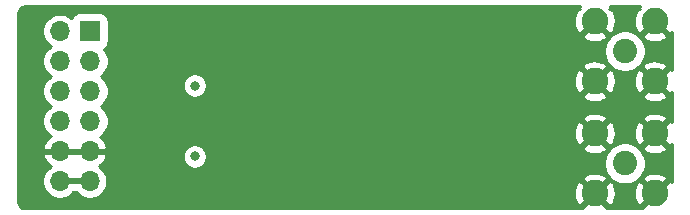
<source format=gbr>
G04 #@! TF.GenerationSoftware,KiCad,Pcbnew,5.1.10-1.fc33*
G04 #@! TF.CreationDate,2021-10-10T14:47:09-05:00*
G04 #@! TF.ProjectId,lvds_pmod,6c766473-5f70-46d6-9f64-2e6b69636164,A*
G04 #@! TF.SameCoordinates,Original*
G04 #@! TF.FileFunction,Copper,L4,Bot*
G04 #@! TF.FilePolarity,Positive*
%FSLAX46Y46*%
G04 Gerber Fmt 4.6, Leading zero omitted, Abs format (unit mm)*
G04 Created by KiCad (PCBNEW 5.1.10-1.fc33) date 2021-10-10 14:47:09*
%MOMM*%
%LPD*%
G01*
G04 APERTURE LIST*
G04 #@! TA.AperFunction,ComponentPad*
%ADD10C,2.250000*%
G04 #@! TD*
G04 #@! TA.AperFunction,ComponentPad*
%ADD11C,2.050000*%
G04 #@! TD*
G04 #@! TA.AperFunction,ComponentPad*
%ADD12O,1.700000X1.700000*%
G04 #@! TD*
G04 #@! TA.AperFunction,ComponentPad*
%ADD13R,1.700000X1.700000*%
G04 #@! TD*
G04 #@! TA.AperFunction,ViaPad*
%ADD14C,0.800000*%
G04 #@! TD*
G04 #@! TA.AperFunction,Conductor*
%ADD15C,0.500000*%
G04 #@! TD*
G04 #@! TA.AperFunction,Conductor*
%ADD16C,0.254000*%
G04 #@! TD*
G04 #@! TA.AperFunction,Conductor*
%ADD17C,0.100000*%
G04 #@! TD*
G04 APERTURE END LIST*
D10*
X173960000Y-99040000D03*
X173960000Y-93960000D03*
X179040000Y-93960000D03*
X179040000Y-99040000D03*
D11*
X176500000Y-96500000D03*
D10*
X173960000Y-89540000D03*
X173960000Y-84460000D03*
X179040000Y-84460000D03*
X179040000Y-89540000D03*
D11*
X176500000Y-87000000D03*
D12*
X128660000Y-98005000D03*
X131200000Y-98005000D03*
X128660000Y-95465000D03*
X131200000Y-95465000D03*
X128660000Y-92925000D03*
X131200000Y-92925000D03*
X128660000Y-90385000D03*
X131200000Y-90385000D03*
X128660000Y-87845000D03*
X131200000Y-87845000D03*
X128660000Y-85305000D03*
D13*
X131200000Y-85305000D03*
D14*
X140087500Y-89912500D03*
X140087500Y-95912500D03*
X137250000Y-96000000D03*
X137250000Y-90000000D03*
X144750000Y-95750000D03*
X144750000Y-89750000D03*
X154000000Y-91500000D03*
X157000000Y-91500000D03*
X160000000Y-91500000D03*
X163000000Y-91500000D03*
X166000000Y-91500000D03*
X169000000Y-91500000D03*
X140000000Y-99500000D03*
X143000000Y-99500000D03*
X146000000Y-99500000D03*
D15*
X128255000Y-98005000D02*
X130795000Y-98005000D01*
D16*
X172620101Y-83299709D02*
X172735467Y-83415075D01*
X172458286Y-83525921D01*
X172304911Y-83836840D01*
X172215140Y-84171705D01*
X172192424Y-84517650D01*
X172237634Y-84861380D01*
X172349034Y-85189685D01*
X172458286Y-85394079D01*
X172735469Y-85504926D01*
X173780395Y-84460000D01*
X173766253Y-84445858D01*
X173945858Y-84266253D01*
X173960000Y-84280395D01*
X173974143Y-84266253D01*
X174153748Y-84445858D01*
X174139605Y-84460000D01*
X175184531Y-85504926D01*
X175461714Y-85394079D01*
X175615089Y-85083160D01*
X175704860Y-84748295D01*
X175727576Y-84402350D01*
X175682366Y-84058620D01*
X175570966Y-83730315D01*
X175461714Y-83525921D01*
X175184533Y-83415075D01*
X175299899Y-83299709D01*
X175210190Y-83210000D01*
X177789810Y-83210000D01*
X177700101Y-83299709D01*
X177815467Y-83415075D01*
X177538286Y-83525921D01*
X177384911Y-83836840D01*
X177295140Y-84171705D01*
X177272424Y-84517650D01*
X177317634Y-84861380D01*
X177429034Y-85189685D01*
X177538286Y-85394079D01*
X177815469Y-85504926D01*
X178860395Y-84460000D01*
X178846253Y-84445858D01*
X179025858Y-84266253D01*
X179040000Y-84280395D01*
X179054143Y-84266253D01*
X179233748Y-84445858D01*
X179219605Y-84460000D01*
X180264531Y-85504926D01*
X180535001Y-85396764D01*
X180535001Y-88603236D01*
X180264531Y-88495074D01*
X179219605Y-89540000D01*
X180264531Y-90584926D01*
X180535001Y-90476764D01*
X180535000Y-93023236D01*
X180264531Y-92915074D01*
X179219605Y-93960000D01*
X180264531Y-95004926D01*
X180535000Y-94896764D01*
X180535000Y-98103236D01*
X180264531Y-97995074D01*
X179219605Y-99040000D01*
X179233748Y-99054143D01*
X179054143Y-99233748D01*
X179040000Y-99219605D01*
X177995074Y-100264531D01*
X178011258Y-100305000D01*
X174988742Y-100305000D01*
X175004926Y-100264531D01*
X173960000Y-99219605D01*
X172915074Y-100264531D01*
X172931258Y-100305000D01*
X125762279Y-100305000D01*
X125612131Y-100290278D01*
X125498754Y-100256047D01*
X125394183Y-100200446D01*
X125302405Y-100125594D01*
X125226909Y-100034335D01*
X125170581Y-99930160D01*
X125135560Y-99817024D01*
X125120000Y-99668979D01*
X125120000Y-97858740D01*
X127175000Y-97858740D01*
X127175000Y-98151260D01*
X127232068Y-98438158D01*
X127344010Y-98708411D01*
X127506525Y-98951632D01*
X127713368Y-99158475D01*
X127956589Y-99320990D01*
X128226842Y-99432932D01*
X128513740Y-99490000D01*
X128806260Y-99490000D01*
X129093158Y-99432932D01*
X129363411Y-99320990D01*
X129606632Y-99158475D01*
X129813475Y-98951632D01*
X129854656Y-98890000D01*
X130005344Y-98890000D01*
X130046525Y-98951632D01*
X130253368Y-99158475D01*
X130496589Y-99320990D01*
X130766842Y-99432932D01*
X131053740Y-99490000D01*
X131346260Y-99490000D01*
X131633158Y-99432932D01*
X131903411Y-99320990D01*
X132146632Y-99158475D01*
X132207457Y-99097650D01*
X172192424Y-99097650D01*
X172237634Y-99441380D01*
X172349034Y-99769685D01*
X172458286Y-99974079D01*
X172735469Y-100084926D01*
X173780395Y-99040000D01*
X174139605Y-99040000D01*
X175184531Y-100084926D01*
X175461714Y-99974079D01*
X175615089Y-99663160D01*
X175704860Y-99328295D01*
X175720004Y-99097650D01*
X177272424Y-99097650D01*
X177317634Y-99441380D01*
X177429034Y-99769685D01*
X177538286Y-99974079D01*
X177815469Y-100084926D01*
X178860395Y-99040000D01*
X177815469Y-97995074D01*
X177538286Y-98105921D01*
X177384911Y-98416840D01*
X177295140Y-98751705D01*
X177272424Y-99097650D01*
X175720004Y-99097650D01*
X175727576Y-98982350D01*
X175682366Y-98638620D01*
X175570966Y-98310315D01*
X175461714Y-98105921D01*
X175184531Y-97995074D01*
X174139605Y-99040000D01*
X173780395Y-99040000D01*
X172735469Y-97995074D01*
X172458286Y-98105921D01*
X172304911Y-98416840D01*
X172215140Y-98751705D01*
X172192424Y-99097650D01*
X132207457Y-99097650D01*
X132353475Y-98951632D01*
X132515990Y-98708411D01*
X132627932Y-98438158D01*
X132685000Y-98151260D01*
X132685000Y-97858740D01*
X132676393Y-97815469D01*
X172915074Y-97815469D01*
X173960000Y-98860395D01*
X175004926Y-97815469D01*
X174894079Y-97538286D01*
X174583160Y-97384911D01*
X174248295Y-97295140D01*
X173902350Y-97272424D01*
X173558620Y-97317634D01*
X173230315Y-97429034D01*
X173025921Y-97538286D01*
X172915074Y-97815469D01*
X132676393Y-97815469D01*
X132627932Y-97571842D01*
X132515990Y-97301589D01*
X132353475Y-97058368D01*
X132146632Y-96851525D01*
X131964466Y-96729805D01*
X132081355Y-96660178D01*
X132297588Y-96465269D01*
X132471641Y-96231920D01*
X132596825Y-95969099D01*
X132641476Y-95821890D01*
X132635498Y-95810561D01*
X139052500Y-95810561D01*
X139052500Y-96014439D01*
X139092274Y-96214398D01*
X139170295Y-96402756D01*
X139283563Y-96572274D01*
X139427726Y-96716437D01*
X139597244Y-96829705D01*
X139785602Y-96907726D01*
X139985561Y-96947500D01*
X140189439Y-96947500D01*
X140389398Y-96907726D01*
X140577756Y-96829705D01*
X140747274Y-96716437D01*
X140891437Y-96572274D01*
X141004705Y-96402756D01*
X141036716Y-96325473D01*
X174728000Y-96325473D01*
X174728000Y-96674527D01*
X174796097Y-97016873D01*
X174929674Y-97339357D01*
X175123598Y-97629584D01*
X175370416Y-97876402D01*
X175660643Y-98070326D01*
X175983127Y-98203903D01*
X176325473Y-98272000D01*
X176674527Y-98272000D01*
X177016873Y-98203903D01*
X177339357Y-98070326D01*
X177629584Y-97876402D01*
X177690517Y-97815469D01*
X177995074Y-97815469D01*
X179040000Y-98860395D01*
X180084926Y-97815469D01*
X179974079Y-97538286D01*
X179663160Y-97384911D01*
X179328295Y-97295140D01*
X178982350Y-97272424D01*
X178638620Y-97317634D01*
X178310315Y-97429034D01*
X178105921Y-97538286D01*
X177995074Y-97815469D01*
X177690517Y-97815469D01*
X177876402Y-97629584D01*
X178070326Y-97339357D01*
X178203903Y-97016873D01*
X178272000Y-96674527D01*
X178272000Y-96325473D01*
X178203903Y-95983127D01*
X178070326Y-95660643D01*
X177876402Y-95370416D01*
X177690517Y-95184531D01*
X177995074Y-95184531D01*
X178105921Y-95461714D01*
X178416840Y-95615089D01*
X178751705Y-95704860D01*
X179097650Y-95727576D01*
X179441380Y-95682366D01*
X179769685Y-95570966D01*
X179974079Y-95461714D01*
X180084926Y-95184531D01*
X179040000Y-94139605D01*
X177995074Y-95184531D01*
X177690517Y-95184531D01*
X177629584Y-95123598D01*
X177339357Y-94929674D01*
X177016873Y-94796097D01*
X176674527Y-94728000D01*
X176325473Y-94728000D01*
X175983127Y-94796097D01*
X175660643Y-94929674D01*
X175370416Y-95123598D01*
X175123598Y-95370416D01*
X174929674Y-95660643D01*
X174796097Y-95983127D01*
X174728000Y-96325473D01*
X141036716Y-96325473D01*
X141082726Y-96214398D01*
X141122500Y-96014439D01*
X141122500Y-95810561D01*
X141082726Y-95610602D01*
X141004705Y-95422244D01*
X140891437Y-95252726D01*
X140823242Y-95184531D01*
X172915074Y-95184531D01*
X173025921Y-95461714D01*
X173336840Y-95615089D01*
X173671705Y-95704860D01*
X174017650Y-95727576D01*
X174361380Y-95682366D01*
X174689685Y-95570966D01*
X174894079Y-95461714D01*
X175004926Y-95184531D01*
X173960000Y-94139605D01*
X172915074Y-95184531D01*
X140823242Y-95184531D01*
X140747274Y-95108563D01*
X140577756Y-94995295D01*
X140389398Y-94917274D01*
X140189439Y-94877500D01*
X139985561Y-94877500D01*
X139785602Y-94917274D01*
X139597244Y-94995295D01*
X139427726Y-95108563D01*
X139283563Y-95252726D01*
X139170295Y-95422244D01*
X139092274Y-95610602D01*
X139052500Y-95810561D01*
X132635498Y-95810561D01*
X132520155Y-95592000D01*
X131327000Y-95592000D01*
X131327000Y-95612000D01*
X131073000Y-95612000D01*
X131073000Y-95592000D01*
X128787000Y-95592000D01*
X128787000Y-95612000D01*
X128533000Y-95612000D01*
X128533000Y-95592000D01*
X127339845Y-95592000D01*
X127218524Y-95821890D01*
X127263175Y-95969099D01*
X127388359Y-96231920D01*
X127562412Y-96465269D01*
X127778645Y-96660178D01*
X127895534Y-96729805D01*
X127713368Y-96851525D01*
X127506525Y-97058368D01*
X127344010Y-97301589D01*
X127232068Y-97571842D01*
X127175000Y-97858740D01*
X125120000Y-97858740D01*
X125120000Y-85158740D01*
X127175000Y-85158740D01*
X127175000Y-85451260D01*
X127232068Y-85738158D01*
X127344010Y-86008411D01*
X127506525Y-86251632D01*
X127713368Y-86458475D01*
X127887760Y-86575000D01*
X127713368Y-86691525D01*
X127506525Y-86898368D01*
X127344010Y-87141589D01*
X127232068Y-87411842D01*
X127175000Y-87698740D01*
X127175000Y-87991260D01*
X127232068Y-88278158D01*
X127344010Y-88548411D01*
X127506525Y-88791632D01*
X127713368Y-88998475D01*
X127887760Y-89115000D01*
X127713368Y-89231525D01*
X127506525Y-89438368D01*
X127344010Y-89681589D01*
X127232068Y-89951842D01*
X127175000Y-90238740D01*
X127175000Y-90531260D01*
X127232068Y-90818158D01*
X127344010Y-91088411D01*
X127506525Y-91331632D01*
X127713368Y-91538475D01*
X127887760Y-91655000D01*
X127713368Y-91771525D01*
X127506525Y-91978368D01*
X127344010Y-92221589D01*
X127232068Y-92491842D01*
X127175000Y-92778740D01*
X127175000Y-93071260D01*
X127232068Y-93358158D01*
X127344010Y-93628411D01*
X127506525Y-93871632D01*
X127713368Y-94078475D01*
X127895534Y-94200195D01*
X127778645Y-94269822D01*
X127562412Y-94464731D01*
X127388359Y-94698080D01*
X127263175Y-94960901D01*
X127218524Y-95108110D01*
X127339845Y-95338000D01*
X128533000Y-95338000D01*
X128533000Y-95318000D01*
X128787000Y-95318000D01*
X128787000Y-95338000D01*
X131073000Y-95338000D01*
X131073000Y-95318000D01*
X131327000Y-95318000D01*
X131327000Y-95338000D01*
X132520155Y-95338000D01*
X132641476Y-95108110D01*
X132596825Y-94960901D01*
X132471641Y-94698080D01*
X132297588Y-94464731D01*
X132081355Y-94269822D01*
X132071046Y-94263681D01*
X132218028Y-94165471D01*
X132365849Y-94017650D01*
X172192424Y-94017650D01*
X172237634Y-94361380D01*
X172349034Y-94689685D01*
X172458286Y-94894079D01*
X172735469Y-95004926D01*
X173780395Y-93960000D01*
X174139605Y-93960000D01*
X175184531Y-95004926D01*
X175461714Y-94894079D01*
X175615089Y-94583160D01*
X175704860Y-94248295D01*
X175720004Y-94017650D01*
X177272424Y-94017650D01*
X177317634Y-94361380D01*
X177429034Y-94689685D01*
X177538286Y-94894079D01*
X177815469Y-95004926D01*
X178860395Y-93960000D01*
X177815469Y-92915074D01*
X177538286Y-93025921D01*
X177384911Y-93336840D01*
X177295140Y-93671705D01*
X177272424Y-94017650D01*
X175720004Y-94017650D01*
X175727576Y-93902350D01*
X175682366Y-93558620D01*
X175570966Y-93230315D01*
X175461714Y-93025921D01*
X175184531Y-92915074D01*
X174139605Y-93960000D01*
X173780395Y-93960000D01*
X172735469Y-92915074D01*
X172458286Y-93025921D01*
X172304911Y-93336840D01*
X172215140Y-93671705D01*
X172192424Y-94017650D01*
X132365849Y-94017650D01*
X132440471Y-93943028D01*
X132615243Y-93681463D01*
X132735628Y-93390828D01*
X132797000Y-93082291D01*
X132797000Y-92767709D01*
X132790588Y-92735469D01*
X172915074Y-92735469D01*
X173960000Y-93780395D01*
X175004926Y-92735469D01*
X177995074Y-92735469D01*
X179040000Y-93780395D01*
X180084926Y-92735469D01*
X179974079Y-92458286D01*
X179663160Y-92304911D01*
X179328295Y-92215140D01*
X178982350Y-92192424D01*
X178638620Y-92237634D01*
X178310315Y-92349034D01*
X178105921Y-92458286D01*
X177995074Y-92735469D01*
X175004926Y-92735469D01*
X174894079Y-92458286D01*
X174583160Y-92304911D01*
X174248295Y-92215140D01*
X173902350Y-92192424D01*
X173558620Y-92237634D01*
X173230315Y-92349034D01*
X173025921Y-92458286D01*
X172915074Y-92735469D01*
X132790588Y-92735469D01*
X132735628Y-92459172D01*
X132615243Y-92168537D01*
X132440471Y-91906972D01*
X132218028Y-91684529D01*
X132173835Y-91655000D01*
X132218028Y-91625471D01*
X132440471Y-91403028D01*
X132615243Y-91141463D01*
X132735628Y-90850828D01*
X132797000Y-90542291D01*
X132797000Y-90227709D01*
X132735628Y-89919172D01*
X132690640Y-89810561D01*
X139052500Y-89810561D01*
X139052500Y-90014439D01*
X139092274Y-90214398D01*
X139170295Y-90402756D01*
X139283563Y-90572274D01*
X139427726Y-90716437D01*
X139597244Y-90829705D01*
X139785602Y-90907726D01*
X139985561Y-90947500D01*
X140189439Y-90947500D01*
X140389398Y-90907726D01*
X140577756Y-90829705D01*
X140675296Y-90764531D01*
X172915074Y-90764531D01*
X173025921Y-91041714D01*
X173336840Y-91195089D01*
X173671705Y-91284860D01*
X174017650Y-91307576D01*
X174361380Y-91262366D01*
X174689685Y-91150966D01*
X174894079Y-91041714D01*
X175004926Y-90764531D01*
X177995074Y-90764531D01*
X178105921Y-91041714D01*
X178416840Y-91195089D01*
X178751705Y-91284860D01*
X179097650Y-91307576D01*
X179441380Y-91262366D01*
X179769685Y-91150966D01*
X179974079Y-91041714D01*
X180084926Y-90764531D01*
X179040000Y-89719605D01*
X177995074Y-90764531D01*
X175004926Y-90764531D01*
X173960000Y-89719605D01*
X172915074Y-90764531D01*
X140675296Y-90764531D01*
X140747274Y-90716437D01*
X140891437Y-90572274D01*
X141004705Y-90402756D01*
X141082726Y-90214398D01*
X141122500Y-90014439D01*
X141122500Y-89810561D01*
X141082726Y-89610602D01*
X141077362Y-89597650D01*
X172192424Y-89597650D01*
X172237634Y-89941380D01*
X172349034Y-90269685D01*
X172458286Y-90474079D01*
X172735469Y-90584926D01*
X173780395Y-89540000D01*
X174139605Y-89540000D01*
X175184531Y-90584926D01*
X175461714Y-90474079D01*
X175615089Y-90163160D01*
X175704860Y-89828295D01*
X175720004Y-89597650D01*
X177272424Y-89597650D01*
X177317634Y-89941380D01*
X177429034Y-90269685D01*
X177538286Y-90474079D01*
X177815469Y-90584926D01*
X178860395Y-89540000D01*
X177815469Y-88495074D01*
X177538286Y-88605921D01*
X177384911Y-88916840D01*
X177295140Y-89251705D01*
X177272424Y-89597650D01*
X175720004Y-89597650D01*
X175727576Y-89482350D01*
X175682366Y-89138620D01*
X175570966Y-88810315D01*
X175461714Y-88605921D01*
X175184531Y-88495074D01*
X174139605Y-89540000D01*
X173780395Y-89540000D01*
X172735469Y-88495074D01*
X172458286Y-88605921D01*
X172304911Y-88916840D01*
X172215140Y-89251705D01*
X172192424Y-89597650D01*
X141077362Y-89597650D01*
X141004705Y-89422244D01*
X140891437Y-89252726D01*
X140747274Y-89108563D01*
X140577756Y-88995295D01*
X140389398Y-88917274D01*
X140189439Y-88877500D01*
X139985561Y-88877500D01*
X139785602Y-88917274D01*
X139597244Y-88995295D01*
X139427726Y-89108563D01*
X139283563Y-89252726D01*
X139170295Y-89422244D01*
X139092274Y-89610602D01*
X139052500Y-89810561D01*
X132690640Y-89810561D01*
X132615243Y-89628537D01*
X132440471Y-89366972D01*
X132218028Y-89144529D01*
X132173835Y-89115000D01*
X132218028Y-89085471D01*
X132440471Y-88863028D01*
X132615243Y-88601463D01*
X132733705Y-88315469D01*
X172915074Y-88315469D01*
X173960000Y-89360395D01*
X175004926Y-88315469D01*
X174894079Y-88038286D01*
X174583160Y-87884911D01*
X174248295Y-87795140D01*
X173902350Y-87772424D01*
X173558620Y-87817634D01*
X173230315Y-87929034D01*
X173025921Y-88038286D01*
X172915074Y-88315469D01*
X132733705Y-88315469D01*
X132735628Y-88310828D01*
X132797000Y-88002291D01*
X132797000Y-87687709D01*
X132735628Y-87379172D01*
X132615243Y-87088537D01*
X132440471Y-86826972D01*
X132438972Y-86825473D01*
X174728000Y-86825473D01*
X174728000Y-87174527D01*
X174796097Y-87516873D01*
X174929674Y-87839357D01*
X175123598Y-88129584D01*
X175370416Y-88376402D01*
X175660643Y-88570326D01*
X175983127Y-88703903D01*
X176325473Y-88772000D01*
X176674527Y-88772000D01*
X177016873Y-88703903D01*
X177339357Y-88570326D01*
X177629584Y-88376402D01*
X177690517Y-88315469D01*
X177995074Y-88315469D01*
X179040000Y-89360395D01*
X180084926Y-88315469D01*
X179974079Y-88038286D01*
X179663160Y-87884911D01*
X179328295Y-87795140D01*
X178982350Y-87772424D01*
X178638620Y-87817634D01*
X178310315Y-87929034D01*
X178105921Y-88038286D01*
X177995074Y-88315469D01*
X177690517Y-88315469D01*
X177876402Y-88129584D01*
X178070326Y-87839357D01*
X178203903Y-87516873D01*
X178272000Y-87174527D01*
X178272000Y-86825473D01*
X178203903Y-86483127D01*
X178070326Y-86160643D01*
X177876402Y-85870416D01*
X177690517Y-85684531D01*
X177995074Y-85684531D01*
X178105921Y-85961714D01*
X178416840Y-86115089D01*
X178751705Y-86204860D01*
X179097650Y-86227576D01*
X179441380Y-86182366D01*
X179769685Y-86070966D01*
X179974079Y-85961714D01*
X180084926Y-85684531D01*
X179040000Y-84639605D01*
X177995074Y-85684531D01*
X177690517Y-85684531D01*
X177629584Y-85623598D01*
X177339357Y-85429674D01*
X177016873Y-85296097D01*
X176674527Y-85228000D01*
X176325473Y-85228000D01*
X175983127Y-85296097D01*
X175660643Y-85429674D01*
X175370416Y-85623598D01*
X175123598Y-85870416D01*
X174929674Y-86160643D01*
X174796097Y-86483127D01*
X174728000Y-86825473D01*
X132438972Y-86825473D01*
X132418530Y-86805031D01*
X132467019Y-86779113D01*
X132580764Y-86685764D01*
X132674113Y-86572019D01*
X132743477Y-86442248D01*
X132786191Y-86301438D01*
X132800614Y-86155000D01*
X132800614Y-85684531D01*
X172915074Y-85684531D01*
X173025921Y-85961714D01*
X173336840Y-86115089D01*
X173671705Y-86204860D01*
X174017650Y-86227576D01*
X174361380Y-86182366D01*
X174689685Y-86070966D01*
X174894079Y-85961714D01*
X175004926Y-85684531D01*
X173960000Y-84639605D01*
X172915074Y-85684531D01*
X132800614Y-85684531D01*
X132800614Y-84455000D01*
X132786191Y-84308562D01*
X132743477Y-84167752D01*
X132674113Y-84037981D01*
X132580764Y-83924236D01*
X132467019Y-83830887D01*
X132337248Y-83761523D01*
X132196438Y-83718809D01*
X132050000Y-83704386D01*
X130350000Y-83704386D01*
X130203562Y-83718809D01*
X130062752Y-83761523D01*
X129932981Y-83830887D01*
X129819236Y-83924236D01*
X129725887Y-84037981D01*
X129656523Y-84167752D01*
X129648688Y-84193581D01*
X129606632Y-84151525D01*
X129363411Y-83989010D01*
X129093158Y-83877068D01*
X128806260Y-83820000D01*
X128513740Y-83820000D01*
X128226842Y-83877068D01*
X127956589Y-83989010D01*
X127713368Y-84151525D01*
X127506525Y-84358368D01*
X127344010Y-84601589D01*
X127232068Y-84871842D01*
X127175000Y-85158740D01*
X125120000Y-85158740D01*
X125120000Y-83852279D01*
X125134722Y-83702131D01*
X125168953Y-83588754D01*
X125224555Y-83484181D01*
X125299407Y-83392404D01*
X125390664Y-83316909D01*
X125494844Y-83260581D01*
X125607976Y-83225560D01*
X125756022Y-83210000D01*
X172709810Y-83210000D01*
X172620101Y-83299709D01*
G04 #@! TA.AperFunction,Conductor*
D17*
G36*
X172620101Y-83299709D02*
G01*
X172735467Y-83415075D01*
X172458286Y-83525921D01*
X172304911Y-83836840D01*
X172215140Y-84171705D01*
X172192424Y-84517650D01*
X172237634Y-84861380D01*
X172349034Y-85189685D01*
X172458286Y-85394079D01*
X172735469Y-85504926D01*
X173780395Y-84460000D01*
X173766253Y-84445858D01*
X173945858Y-84266253D01*
X173960000Y-84280395D01*
X173974143Y-84266253D01*
X174153748Y-84445858D01*
X174139605Y-84460000D01*
X175184531Y-85504926D01*
X175461714Y-85394079D01*
X175615089Y-85083160D01*
X175704860Y-84748295D01*
X175727576Y-84402350D01*
X175682366Y-84058620D01*
X175570966Y-83730315D01*
X175461714Y-83525921D01*
X175184533Y-83415075D01*
X175299899Y-83299709D01*
X175210190Y-83210000D01*
X177789810Y-83210000D01*
X177700101Y-83299709D01*
X177815467Y-83415075D01*
X177538286Y-83525921D01*
X177384911Y-83836840D01*
X177295140Y-84171705D01*
X177272424Y-84517650D01*
X177317634Y-84861380D01*
X177429034Y-85189685D01*
X177538286Y-85394079D01*
X177815469Y-85504926D01*
X178860395Y-84460000D01*
X178846253Y-84445858D01*
X179025858Y-84266253D01*
X179040000Y-84280395D01*
X179054143Y-84266253D01*
X179233748Y-84445858D01*
X179219605Y-84460000D01*
X180264531Y-85504926D01*
X180535001Y-85396764D01*
X180535001Y-88603236D01*
X180264531Y-88495074D01*
X179219605Y-89540000D01*
X180264531Y-90584926D01*
X180535001Y-90476764D01*
X180535000Y-93023236D01*
X180264531Y-92915074D01*
X179219605Y-93960000D01*
X180264531Y-95004926D01*
X180535000Y-94896764D01*
X180535000Y-98103236D01*
X180264531Y-97995074D01*
X179219605Y-99040000D01*
X179233748Y-99054143D01*
X179054143Y-99233748D01*
X179040000Y-99219605D01*
X177995074Y-100264531D01*
X178011258Y-100305000D01*
X174988742Y-100305000D01*
X175004926Y-100264531D01*
X173960000Y-99219605D01*
X172915074Y-100264531D01*
X172931258Y-100305000D01*
X125762279Y-100305000D01*
X125612131Y-100290278D01*
X125498754Y-100256047D01*
X125394183Y-100200446D01*
X125302405Y-100125594D01*
X125226909Y-100034335D01*
X125170581Y-99930160D01*
X125135560Y-99817024D01*
X125120000Y-99668979D01*
X125120000Y-97858740D01*
X127175000Y-97858740D01*
X127175000Y-98151260D01*
X127232068Y-98438158D01*
X127344010Y-98708411D01*
X127506525Y-98951632D01*
X127713368Y-99158475D01*
X127956589Y-99320990D01*
X128226842Y-99432932D01*
X128513740Y-99490000D01*
X128806260Y-99490000D01*
X129093158Y-99432932D01*
X129363411Y-99320990D01*
X129606632Y-99158475D01*
X129813475Y-98951632D01*
X129854656Y-98890000D01*
X130005344Y-98890000D01*
X130046525Y-98951632D01*
X130253368Y-99158475D01*
X130496589Y-99320990D01*
X130766842Y-99432932D01*
X131053740Y-99490000D01*
X131346260Y-99490000D01*
X131633158Y-99432932D01*
X131903411Y-99320990D01*
X132146632Y-99158475D01*
X132207457Y-99097650D01*
X172192424Y-99097650D01*
X172237634Y-99441380D01*
X172349034Y-99769685D01*
X172458286Y-99974079D01*
X172735469Y-100084926D01*
X173780395Y-99040000D01*
X174139605Y-99040000D01*
X175184531Y-100084926D01*
X175461714Y-99974079D01*
X175615089Y-99663160D01*
X175704860Y-99328295D01*
X175720004Y-99097650D01*
X177272424Y-99097650D01*
X177317634Y-99441380D01*
X177429034Y-99769685D01*
X177538286Y-99974079D01*
X177815469Y-100084926D01*
X178860395Y-99040000D01*
X177815469Y-97995074D01*
X177538286Y-98105921D01*
X177384911Y-98416840D01*
X177295140Y-98751705D01*
X177272424Y-99097650D01*
X175720004Y-99097650D01*
X175727576Y-98982350D01*
X175682366Y-98638620D01*
X175570966Y-98310315D01*
X175461714Y-98105921D01*
X175184531Y-97995074D01*
X174139605Y-99040000D01*
X173780395Y-99040000D01*
X172735469Y-97995074D01*
X172458286Y-98105921D01*
X172304911Y-98416840D01*
X172215140Y-98751705D01*
X172192424Y-99097650D01*
X132207457Y-99097650D01*
X132353475Y-98951632D01*
X132515990Y-98708411D01*
X132627932Y-98438158D01*
X132685000Y-98151260D01*
X132685000Y-97858740D01*
X132676393Y-97815469D01*
X172915074Y-97815469D01*
X173960000Y-98860395D01*
X175004926Y-97815469D01*
X174894079Y-97538286D01*
X174583160Y-97384911D01*
X174248295Y-97295140D01*
X173902350Y-97272424D01*
X173558620Y-97317634D01*
X173230315Y-97429034D01*
X173025921Y-97538286D01*
X172915074Y-97815469D01*
X132676393Y-97815469D01*
X132627932Y-97571842D01*
X132515990Y-97301589D01*
X132353475Y-97058368D01*
X132146632Y-96851525D01*
X131964466Y-96729805D01*
X132081355Y-96660178D01*
X132297588Y-96465269D01*
X132471641Y-96231920D01*
X132596825Y-95969099D01*
X132641476Y-95821890D01*
X132635498Y-95810561D01*
X139052500Y-95810561D01*
X139052500Y-96014439D01*
X139092274Y-96214398D01*
X139170295Y-96402756D01*
X139283563Y-96572274D01*
X139427726Y-96716437D01*
X139597244Y-96829705D01*
X139785602Y-96907726D01*
X139985561Y-96947500D01*
X140189439Y-96947500D01*
X140389398Y-96907726D01*
X140577756Y-96829705D01*
X140747274Y-96716437D01*
X140891437Y-96572274D01*
X141004705Y-96402756D01*
X141036716Y-96325473D01*
X174728000Y-96325473D01*
X174728000Y-96674527D01*
X174796097Y-97016873D01*
X174929674Y-97339357D01*
X175123598Y-97629584D01*
X175370416Y-97876402D01*
X175660643Y-98070326D01*
X175983127Y-98203903D01*
X176325473Y-98272000D01*
X176674527Y-98272000D01*
X177016873Y-98203903D01*
X177339357Y-98070326D01*
X177629584Y-97876402D01*
X177690517Y-97815469D01*
X177995074Y-97815469D01*
X179040000Y-98860395D01*
X180084926Y-97815469D01*
X179974079Y-97538286D01*
X179663160Y-97384911D01*
X179328295Y-97295140D01*
X178982350Y-97272424D01*
X178638620Y-97317634D01*
X178310315Y-97429034D01*
X178105921Y-97538286D01*
X177995074Y-97815469D01*
X177690517Y-97815469D01*
X177876402Y-97629584D01*
X178070326Y-97339357D01*
X178203903Y-97016873D01*
X178272000Y-96674527D01*
X178272000Y-96325473D01*
X178203903Y-95983127D01*
X178070326Y-95660643D01*
X177876402Y-95370416D01*
X177690517Y-95184531D01*
X177995074Y-95184531D01*
X178105921Y-95461714D01*
X178416840Y-95615089D01*
X178751705Y-95704860D01*
X179097650Y-95727576D01*
X179441380Y-95682366D01*
X179769685Y-95570966D01*
X179974079Y-95461714D01*
X180084926Y-95184531D01*
X179040000Y-94139605D01*
X177995074Y-95184531D01*
X177690517Y-95184531D01*
X177629584Y-95123598D01*
X177339357Y-94929674D01*
X177016873Y-94796097D01*
X176674527Y-94728000D01*
X176325473Y-94728000D01*
X175983127Y-94796097D01*
X175660643Y-94929674D01*
X175370416Y-95123598D01*
X175123598Y-95370416D01*
X174929674Y-95660643D01*
X174796097Y-95983127D01*
X174728000Y-96325473D01*
X141036716Y-96325473D01*
X141082726Y-96214398D01*
X141122500Y-96014439D01*
X141122500Y-95810561D01*
X141082726Y-95610602D01*
X141004705Y-95422244D01*
X140891437Y-95252726D01*
X140823242Y-95184531D01*
X172915074Y-95184531D01*
X173025921Y-95461714D01*
X173336840Y-95615089D01*
X173671705Y-95704860D01*
X174017650Y-95727576D01*
X174361380Y-95682366D01*
X174689685Y-95570966D01*
X174894079Y-95461714D01*
X175004926Y-95184531D01*
X173960000Y-94139605D01*
X172915074Y-95184531D01*
X140823242Y-95184531D01*
X140747274Y-95108563D01*
X140577756Y-94995295D01*
X140389398Y-94917274D01*
X140189439Y-94877500D01*
X139985561Y-94877500D01*
X139785602Y-94917274D01*
X139597244Y-94995295D01*
X139427726Y-95108563D01*
X139283563Y-95252726D01*
X139170295Y-95422244D01*
X139092274Y-95610602D01*
X139052500Y-95810561D01*
X132635498Y-95810561D01*
X132520155Y-95592000D01*
X131327000Y-95592000D01*
X131327000Y-95612000D01*
X131073000Y-95612000D01*
X131073000Y-95592000D01*
X128787000Y-95592000D01*
X128787000Y-95612000D01*
X128533000Y-95612000D01*
X128533000Y-95592000D01*
X127339845Y-95592000D01*
X127218524Y-95821890D01*
X127263175Y-95969099D01*
X127388359Y-96231920D01*
X127562412Y-96465269D01*
X127778645Y-96660178D01*
X127895534Y-96729805D01*
X127713368Y-96851525D01*
X127506525Y-97058368D01*
X127344010Y-97301589D01*
X127232068Y-97571842D01*
X127175000Y-97858740D01*
X125120000Y-97858740D01*
X125120000Y-85158740D01*
X127175000Y-85158740D01*
X127175000Y-85451260D01*
X127232068Y-85738158D01*
X127344010Y-86008411D01*
X127506525Y-86251632D01*
X127713368Y-86458475D01*
X127887760Y-86575000D01*
X127713368Y-86691525D01*
X127506525Y-86898368D01*
X127344010Y-87141589D01*
X127232068Y-87411842D01*
X127175000Y-87698740D01*
X127175000Y-87991260D01*
X127232068Y-88278158D01*
X127344010Y-88548411D01*
X127506525Y-88791632D01*
X127713368Y-88998475D01*
X127887760Y-89115000D01*
X127713368Y-89231525D01*
X127506525Y-89438368D01*
X127344010Y-89681589D01*
X127232068Y-89951842D01*
X127175000Y-90238740D01*
X127175000Y-90531260D01*
X127232068Y-90818158D01*
X127344010Y-91088411D01*
X127506525Y-91331632D01*
X127713368Y-91538475D01*
X127887760Y-91655000D01*
X127713368Y-91771525D01*
X127506525Y-91978368D01*
X127344010Y-92221589D01*
X127232068Y-92491842D01*
X127175000Y-92778740D01*
X127175000Y-93071260D01*
X127232068Y-93358158D01*
X127344010Y-93628411D01*
X127506525Y-93871632D01*
X127713368Y-94078475D01*
X127895534Y-94200195D01*
X127778645Y-94269822D01*
X127562412Y-94464731D01*
X127388359Y-94698080D01*
X127263175Y-94960901D01*
X127218524Y-95108110D01*
X127339845Y-95338000D01*
X128533000Y-95338000D01*
X128533000Y-95318000D01*
X128787000Y-95318000D01*
X128787000Y-95338000D01*
X131073000Y-95338000D01*
X131073000Y-95318000D01*
X131327000Y-95318000D01*
X131327000Y-95338000D01*
X132520155Y-95338000D01*
X132641476Y-95108110D01*
X132596825Y-94960901D01*
X132471641Y-94698080D01*
X132297588Y-94464731D01*
X132081355Y-94269822D01*
X132071046Y-94263681D01*
X132218028Y-94165471D01*
X132365849Y-94017650D01*
X172192424Y-94017650D01*
X172237634Y-94361380D01*
X172349034Y-94689685D01*
X172458286Y-94894079D01*
X172735469Y-95004926D01*
X173780395Y-93960000D01*
X174139605Y-93960000D01*
X175184531Y-95004926D01*
X175461714Y-94894079D01*
X175615089Y-94583160D01*
X175704860Y-94248295D01*
X175720004Y-94017650D01*
X177272424Y-94017650D01*
X177317634Y-94361380D01*
X177429034Y-94689685D01*
X177538286Y-94894079D01*
X177815469Y-95004926D01*
X178860395Y-93960000D01*
X177815469Y-92915074D01*
X177538286Y-93025921D01*
X177384911Y-93336840D01*
X177295140Y-93671705D01*
X177272424Y-94017650D01*
X175720004Y-94017650D01*
X175727576Y-93902350D01*
X175682366Y-93558620D01*
X175570966Y-93230315D01*
X175461714Y-93025921D01*
X175184531Y-92915074D01*
X174139605Y-93960000D01*
X173780395Y-93960000D01*
X172735469Y-92915074D01*
X172458286Y-93025921D01*
X172304911Y-93336840D01*
X172215140Y-93671705D01*
X172192424Y-94017650D01*
X132365849Y-94017650D01*
X132440471Y-93943028D01*
X132615243Y-93681463D01*
X132735628Y-93390828D01*
X132797000Y-93082291D01*
X132797000Y-92767709D01*
X132790588Y-92735469D01*
X172915074Y-92735469D01*
X173960000Y-93780395D01*
X175004926Y-92735469D01*
X177995074Y-92735469D01*
X179040000Y-93780395D01*
X180084926Y-92735469D01*
X179974079Y-92458286D01*
X179663160Y-92304911D01*
X179328295Y-92215140D01*
X178982350Y-92192424D01*
X178638620Y-92237634D01*
X178310315Y-92349034D01*
X178105921Y-92458286D01*
X177995074Y-92735469D01*
X175004926Y-92735469D01*
X174894079Y-92458286D01*
X174583160Y-92304911D01*
X174248295Y-92215140D01*
X173902350Y-92192424D01*
X173558620Y-92237634D01*
X173230315Y-92349034D01*
X173025921Y-92458286D01*
X172915074Y-92735469D01*
X132790588Y-92735469D01*
X132735628Y-92459172D01*
X132615243Y-92168537D01*
X132440471Y-91906972D01*
X132218028Y-91684529D01*
X132173835Y-91655000D01*
X132218028Y-91625471D01*
X132440471Y-91403028D01*
X132615243Y-91141463D01*
X132735628Y-90850828D01*
X132797000Y-90542291D01*
X132797000Y-90227709D01*
X132735628Y-89919172D01*
X132690640Y-89810561D01*
X139052500Y-89810561D01*
X139052500Y-90014439D01*
X139092274Y-90214398D01*
X139170295Y-90402756D01*
X139283563Y-90572274D01*
X139427726Y-90716437D01*
X139597244Y-90829705D01*
X139785602Y-90907726D01*
X139985561Y-90947500D01*
X140189439Y-90947500D01*
X140389398Y-90907726D01*
X140577756Y-90829705D01*
X140675296Y-90764531D01*
X172915074Y-90764531D01*
X173025921Y-91041714D01*
X173336840Y-91195089D01*
X173671705Y-91284860D01*
X174017650Y-91307576D01*
X174361380Y-91262366D01*
X174689685Y-91150966D01*
X174894079Y-91041714D01*
X175004926Y-90764531D01*
X177995074Y-90764531D01*
X178105921Y-91041714D01*
X178416840Y-91195089D01*
X178751705Y-91284860D01*
X179097650Y-91307576D01*
X179441380Y-91262366D01*
X179769685Y-91150966D01*
X179974079Y-91041714D01*
X180084926Y-90764531D01*
X179040000Y-89719605D01*
X177995074Y-90764531D01*
X175004926Y-90764531D01*
X173960000Y-89719605D01*
X172915074Y-90764531D01*
X140675296Y-90764531D01*
X140747274Y-90716437D01*
X140891437Y-90572274D01*
X141004705Y-90402756D01*
X141082726Y-90214398D01*
X141122500Y-90014439D01*
X141122500Y-89810561D01*
X141082726Y-89610602D01*
X141077362Y-89597650D01*
X172192424Y-89597650D01*
X172237634Y-89941380D01*
X172349034Y-90269685D01*
X172458286Y-90474079D01*
X172735469Y-90584926D01*
X173780395Y-89540000D01*
X174139605Y-89540000D01*
X175184531Y-90584926D01*
X175461714Y-90474079D01*
X175615089Y-90163160D01*
X175704860Y-89828295D01*
X175720004Y-89597650D01*
X177272424Y-89597650D01*
X177317634Y-89941380D01*
X177429034Y-90269685D01*
X177538286Y-90474079D01*
X177815469Y-90584926D01*
X178860395Y-89540000D01*
X177815469Y-88495074D01*
X177538286Y-88605921D01*
X177384911Y-88916840D01*
X177295140Y-89251705D01*
X177272424Y-89597650D01*
X175720004Y-89597650D01*
X175727576Y-89482350D01*
X175682366Y-89138620D01*
X175570966Y-88810315D01*
X175461714Y-88605921D01*
X175184531Y-88495074D01*
X174139605Y-89540000D01*
X173780395Y-89540000D01*
X172735469Y-88495074D01*
X172458286Y-88605921D01*
X172304911Y-88916840D01*
X172215140Y-89251705D01*
X172192424Y-89597650D01*
X141077362Y-89597650D01*
X141004705Y-89422244D01*
X140891437Y-89252726D01*
X140747274Y-89108563D01*
X140577756Y-88995295D01*
X140389398Y-88917274D01*
X140189439Y-88877500D01*
X139985561Y-88877500D01*
X139785602Y-88917274D01*
X139597244Y-88995295D01*
X139427726Y-89108563D01*
X139283563Y-89252726D01*
X139170295Y-89422244D01*
X139092274Y-89610602D01*
X139052500Y-89810561D01*
X132690640Y-89810561D01*
X132615243Y-89628537D01*
X132440471Y-89366972D01*
X132218028Y-89144529D01*
X132173835Y-89115000D01*
X132218028Y-89085471D01*
X132440471Y-88863028D01*
X132615243Y-88601463D01*
X132733705Y-88315469D01*
X172915074Y-88315469D01*
X173960000Y-89360395D01*
X175004926Y-88315469D01*
X174894079Y-88038286D01*
X174583160Y-87884911D01*
X174248295Y-87795140D01*
X173902350Y-87772424D01*
X173558620Y-87817634D01*
X173230315Y-87929034D01*
X173025921Y-88038286D01*
X172915074Y-88315469D01*
X132733705Y-88315469D01*
X132735628Y-88310828D01*
X132797000Y-88002291D01*
X132797000Y-87687709D01*
X132735628Y-87379172D01*
X132615243Y-87088537D01*
X132440471Y-86826972D01*
X132438972Y-86825473D01*
X174728000Y-86825473D01*
X174728000Y-87174527D01*
X174796097Y-87516873D01*
X174929674Y-87839357D01*
X175123598Y-88129584D01*
X175370416Y-88376402D01*
X175660643Y-88570326D01*
X175983127Y-88703903D01*
X176325473Y-88772000D01*
X176674527Y-88772000D01*
X177016873Y-88703903D01*
X177339357Y-88570326D01*
X177629584Y-88376402D01*
X177690517Y-88315469D01*
X177995074Y-88315469D01*
X179040000Y-89360395D01*
X180084926Y-88315469D01*
X179974079Y-88038286D01*
X179663160Y-87884911D01*
X179328295Y-87795140D01*
X178982350Y-87772424D01*
X178638620Y-87817634D01*
X178310315Y-87929034D01*
X178105921Y-88038286D01*
X177995074Y-88315469D01*
X177690517Y-88315469D01*
X177876402Y-88129584D01*
X178070326Y-87839357D01*
X178203903Y-87516873D01*
X178272000Y-87174527D01*
X178272000Y-86825473D01*
X178203903Y-86483127D01*
X178070326Y-86160643D01*
X177876402Y-85870416D01*
X177690517Y-85684531D01*
X177995074Y-85684531D01*
X178105921Y-85961714D01*
X178416840Y-86115089D01*
X178751705Y-86204860D01*
X179097650Y-86227576D01*
X179441380Y-86182366D01*
X179769685Y-86070966D01*
X179974079Y-85961714D01*
X180084926Y-85684531D01*
X179040000Y-84639605D01*
X177995074Y-85684531D01*
X177690517Y-85684531D01*
X177629584Y-85623598D01*
X177339357Y-85429674D01*
X177016873Y-85296097D01*
X176674527Y-85228000D01*
X176325473Y-85228000D01*
X175983127Y-85296097D01*
X175660643Y-85429674D01*
X175370416Y-85623598D01*
X175123598Y-85870416D01*
X174929674Y-86160643D01*
X174796097Y-86483127D01*
X174728000Y-86825473D01*
X132438972Y-86825473D01*
X132418530Y-86805031D01*
X132467019Y-86779113D01*
X132580764Y-86685764D01*
X132674113Y-86572019D01*
X132743477Y-86442248D01*
X132786191Y-86301438D01*
X132800614Y-86155000D01*
X132800614Y-85684531D01*
X172915074Y-85684531D01*
X173025921Y-85961714D01*
X173336840Y-86115089D01*
X173671705Y-86204860D01*
X174017650Y-86227576D01*
X174361380Y-86182366D01*
X174689685Y-86070966D01*
X174894079Y-85961714D01*
X175004926Y-85684531D01*
X173960000Y-84639605D01*
X172915074Y-85684531D01*
X132800614Y-85684531D01*
X132800614Y-84455000D01*
X132786191Y-84308562D01*
X132743477Y-84167752D01*
X132674113Y-84037981D01*
X132580764Y-83924236D01*
X132467019Y-83830887D01*
X132337248Y-83761523D01*
X132196438Y-83718809D01*
X132050000Y-83704386D01*
X130350000Y-83704386D01*
X130203562Y-83718809D01*
X130062752Y-83761523D01*
X129932981Y-83830887D01*
X129819236Y-83924236D01*
X129725887Y-84037981D01*
X129656523Y-84167752D01*
X129648688Y-84193581D01*
X129606632Y-84151525D01*
X129363411Y-83989010D01*
X129093158Y-83877068D01*
X128806260Y-83820000D01*
X128513740Y-83820000D01*
X128226842Y-83877068D01*
X127956589Y-83989010D01*
X127713368Y-84151525D01*
X127506525Y-84358368D01*
X127344010Y-84601589D01*
X127232068Y-84871842D01*
X127175000Y-85158740D01*
X125120000Y-85158740D01*
X125120000Y-83852279D01*
X125134722Y-83702131D01*
X125168953Y-83588754D01*
X125224555Y-83484181D01*
X125299407Y-83392404D01*
X125390664Y-83316909D01*
X125494844Y-83260581D01*
X125607976Y-83225560D01*
X125756022Y-83210000D01*
X172709810Y-83210000D01*
X172620101Y-83299709D01*
G37*
G04 #@! TD.AperFunction*
M02*

</source>
